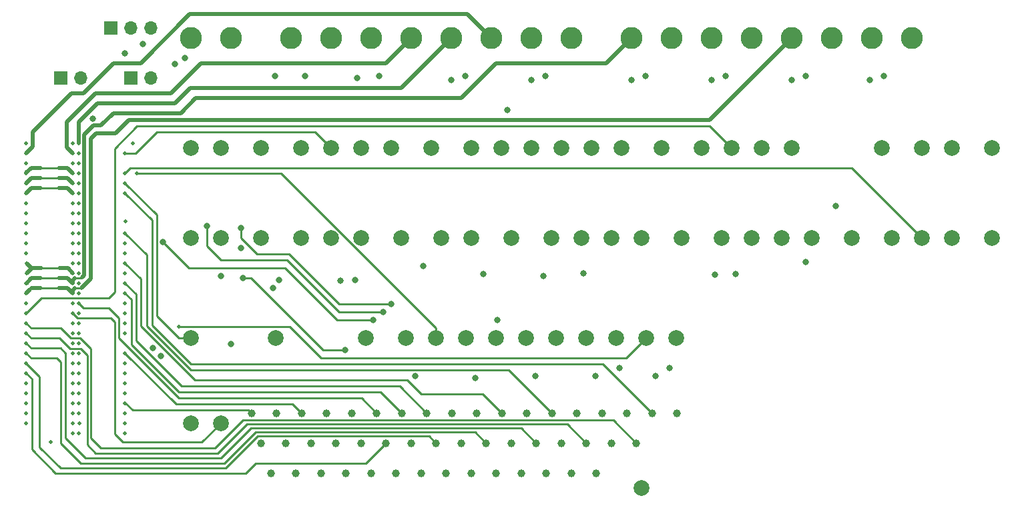
<source format=gbr>
%TF.GenerationSoftware,KiCad,Pcbnew,(6.0.5)*%
%TF.CreationDate,2023-01-12T09:35:20-05:00*%
%TF.ProjectId,breakout,62726561-6b6f-4757-942e-6b696361645f,rev?*%
%TF.SameCoordinates,Original*%
%TF.FileFunction,Copper,L2,Inr*%
%TF.FilePolarity,Positive*%
%FSLAX46Y46*%
G04 Gerber Fmt 4.6, Leading zero omitted, Abs format (unit mm)*
G04 Created by KiCad (PCBNEW (6.0.5)) date 2023-01-12 09:35:20*
%MOMM*%
%LPD*%
G01*
G04 APERTURE LIST*
%TA.AperFunction,ComponentPad*%
%ADD10C,2.000000*%
%TD*%
%TA.AperFunction,ComponentPad*%
%ADD11C,1.000000*%
%TD*%
%TA.AperFunction,ComponentPad*%
%ADD12C,2.800000*%
%TD*%
%TA.AperFunction,ComponentPad*%
%ADD13R,1.700000X1.700000*%
%TD*%
%TA.AperFunction,ComponentPad*%
%ADD14O,1.700000X1.700000*%
%TD*%
%TA.AperFunction,ViaPad*%
%ADD15C,0.500000*%
%TD*%
%TA.AperFunction,ViaPad*%
%ADD16C,0.800000*%
%TD*%
%TA.AperFunction,Conductor*%
%ADD17C,0.500000*%
%TD*%
%TA.AperFunction,Conductor*%
%ADD18C,0.250000*%
%TD*%
G04 APERTURE END LIST*
D10*
%TO.N,/SEP3_RET*%
%TO.C,TP28*%
X128905000Y-105410000D03*
%TD*%
D11*
%TO.N,/H2-13*%
%TO.C,TP9*%
X116840000Y-118745000D03*
%TD*%
%TO.N,/H2-3*%
%TO.C,TP4*%
X97790000Y-118745000D03*
%TD*%
%TO.N,/H1-42*%
%TO.C,TP83*%
X134685000Y-114935000D03*
%TD*%
%TO.N,/H2-4*%
%TO.C,TP94*%
X100965000Y-118745000D03*
%TD*%
%TO.N,/H2-16*%
%TO.C,TP100*%
X126365000Y-118745000D03*
%TD*%
D10*
%TO.N,/+X_SOLAR_TLE*%
%TO.C,TP91*%
X96520000Y-81280000D03*
%TD*%
D11*
%TO.N,/H2-42*%
%TO.C,TP113*%
X127635000Y-122555000D03*
%TD*%
D10*
%TO.N,/USER_3*%
%TO.C,TP87*%
X179070000Y-92710000D03*
%TD*%
%TO.N,/MOSI*%
%TO.C,TP44*%
X100330000Y-92710000D03*
%TD*%
D11*
%TO.N,/H2-17*%
%TO.C,TP11*%
X129540000Y-118745000D03*
%TD*%
D10*
%TO.N,/VBATT-*%
%TO.C,TP105*%
X144145000Y-105410000D03*
%TD*%
%TO.N,/SEP2_RET*%
%TO.C,TP88*%
X121285000Y-105410000D03*
%TD*%
D12*
%TO.N,/5V_RF*%
%TO.C,TP49*%
X148590000Y-67310000D03*
%TD*%
D10*
%TO.N,/SEP4*%
%TO.C,TP120*%
X132715000Y-105410000D03*
%TD*%
D13*
%TO.N,Net-(P1-Pad1)*%
%TO.C,P1*%
X72390000Y-66040000D03*
D14*
%TO.N,Net-(P1-Pad2)*%
X74930000Y-66040000D03*
%TO.N,Net-(P1-Pad3)*%
X77470000Y-66040000D03*
%TD*%
D11*
%TO.N,/H2-35*%
%TO.C,TP20*%
X105410000Y-122555000D03*
%TD*%
D10*
%TO.N,/RX_2*%
%TO.C,TP42*%
X118110000Y-92710000D03*
%TD*%
D11*
%TO.N,/H1-25*%
%TO.C,TP45*%
X109285000Y-114935000D03*
%TD*%
D13*
%TO.N,Net-(P3-Pad1)*%
%TO.C,P3*%
X74930000Y-72390000D03*
D14*
%TO.N,Net-(P3-Pad2)*%
X77470000Y-72390000D03*
%TD*%
D11*
%TO.N,/H2-20*%
%TO.C,TP102*%
X139065000Y-118745000D03*
%TD*%
D10*
%TO.N,/SEP3*%
%TO.C,TP30*%
X125095000Y-105410000D03*
%TD*%
%TO.N,/GND*%
%TO.C,TP116*%
X166370000Y-92710000D03*
%TD*%
%TO.N,/GND*%
%TO.C,TP116*%
X91440000Y-92710000D03*
%TD*%
D11*
%TO.N,/H2-9*%
%TO.C,TP7*%
X104140000Y-118745000D03*
%TD*%
%TO.N,/H1-31*%
%TO.C,TP48*%
X121985000Y-114935000D03*
%TD*%
%TO.N,/H1-27*%
%TO.C,TP46*%
X112460000Y-114935000D03*
%TD*%
D10*
%TO.N,/CTS_3*%
%TO.C,TP80*%
X135890000Y-92710000D03*
%TD*%
D11*
%TO.N,/H2-39*%
%TO.C,TP22*%
X118110000Y-122555000D03*
%TD*%
D12*
%TO.N,/+Y_SOLAR_PWR*%
%TO.C,TP60*%
X105410000Y-67310000D03*
%TD*%
D11*
%TO.N,/H2-19*%
%TO.C,TP12*%
X135890000Y-118745000D03*
%TD*%
%TO.N,/H2-41*%
%TO.C,TP23*%
X124460000Y-122555000D03*
%TD*%
%TO.N,/H2-15*%
%TO.C,TP10*%
X123190000Y-118745000D03*
%TD*%
%TO.N,/H1-24*%
%TO.C,TP74*%
X106110000Y-114935000D03*
%TD*%
D10*
%TO.N,/GND*%
%TO.C,TP116*%
X91440000Y-81280000D03*
%TD*%
%TO.N,/IRR_ON_OFF*%
%TO.C,TP66*%
X179070000Y-81280000D03*
%TD*%
%TO.N,/GND*%
%TO.C,TP116*%
X142240000Y-81280000D03*
%TD*%
%TO.N,/+Y_SOLAR_TLE*%
%TO.C,TP59*%
X100330000Y-81280000D03*
%TD*%
D11*
%TO.N,/H2-10*%
%TO.C,TP97*%
X107315000Y-118745000D03*
%TD*%
D12*
%TO.N,/GND*%
%TO.C,TP108*%
X143510000Y-67310000D03*
%TD*%
D11*
%TO.N,/H2-43*%
%TO.C,TP24*%
X130810000Y-122555000D03*
%TD*%
D10*
%TO.N,/SEP2*%
%TO.C,TP61*%
X117475000Y-105410000D03*
%TD*%
D12*
%TO.N,/-Z_SOLAR_RTN*%
%TO.C,TP32*%
X130810000Y-67310000D03*
%TD*%
D11*
%TO.N,/H2-14*%
%TO.C,TP99*%
X120015000Y-118745000D03*
%TD*%
D10*
%TO.N,/PB18*%
%TO.C,TP13*%
X86360000Y-116205000D03*
%TD*%
D12*
%TO.N,/+X_SOLAR_RTN*%
%TO.C,TP62*%
X100330000Y-67310000D03*
%TD*%
D10*
%TO.N,/AIN11*%
%TO.C,TP95*%
X133350000Y-81280000D03*
%TD*%
D12*
%TO.N,/-Z_SOLAR_PWR*%
%TO.C,TP2*%
X125730000Y-67310000D03*
%TD*%
D11*
%TO.N,/H2-12*%
%TO.C,TP98*%
X113665000Y-118745000D03*
%TD*%
D10*
%TO.N,/AIN10*%
%TO.C,TP5*%
X129540000Y-81280000D03*
%TD*%
%TO.N,/TX_3*%
%TO.C,TP82*%
X128270000Y-92710000D03*
%TD*%
D12*
%TO.N,/3V3*%
%TO.C,TP16*%
X138430000Y-67310000D03*
%TD*%
D10*
%TO.N,/MB_PC03*%
%TO.C,TP64*%
X82550000Y-116205000D03*
%TD*%
%TO.N,/BUS_RESET*%
%TO.C,TP47*%
X93345000Y-105410000D03*
%TD*%
%TO.N,/SCL*%
%TO.C,TP54*%
X82550000Y-92710000D03*
%TD*%
D11*
%TO.N,/H1-37*%
%TO.C,TP51*%
X128335000Y-114935000D03*
%TD*%
%TO.N,/H1-38*%
%TO.C,TP81*%
X131510000Y-114935000D03*
%TD*%
D10*
%TO.N,/SCK*%
%TO.C,TP43*%
X96520000Y-92710000D03*
%TD*%
D11*
%TO.N,/H2-37*%
%TO.C,TP21*%
X111760000Y-122555000D03*
%TD*%
D10*
%TO.N,/USER_2*%
%TO.C,TP57*%
X175260000Y-92710000D03*
%TD*%
D11*
%TO.N,/H1-45*%
%TO.C,TP55*%
X141035000Y-114935000D03*
%TD*%
%TO.N,/H1-46*%
%TO.C,TP85*%
X144210000Y-114935000D03*
%TD*%
D12*
%TO.N,/+Y_SOLAR_RTN*%
%TO.C,TP29*%
X110490000Y-67310000D03*
%TD*%
D11*
%TO.N,/H1-44*%
%TO.C,TP84*%
X137860000Y-114935000D03*
%TD*%
D10*
%TO.N,/CTS_4*%
%TO.C,TP37*%
X157480000Y-92710000D03*
%TD*%
D11*
%TO.N,/H1-13*%
%TO.C,TP39*%
X96585000Y-114935000D03*
%TD*%
D10*
%TO.N,/VBURN2*%
%TO.C,TP63*%
X86360000Y-81280000D03*
%TD*%
%TO.N,/GND*%
%TO.C,TP116*%
X113030000Y-81280000D03*
%TD*%
%TO.N,/RX_3*%
%TO.C,TP52*%
X132080000Y-92710000D03*
%TD*%
%TO.N,/-Z_SOLAR_TLE*%
%TO.C,TP1*%
X107950000Y-81280000D03*
%TD*%
D11*
%TO.N,/H2-38*%
%TO.C,TP111*%
X114935000Y-122555000D03*
%TD*%
D10*
%TO.N,/RBF*%
%TO.C,TP40*%
X140335000Y-105410000D03*
%TD*%
%TO.N,/GND*%
%TO.C,TP116*%
X109220000Y-92710000D03*
%TD*%
%TO.N,/AIN4*%
%TO.C,TP6*%
X121920000Y-81280000D03*
%TD*%
D12*
%TO.N,/-X_SOLAR_PWR*%
%TO.C,TP90*%
X115570000Y-67310000D03*
%TD*%
D11*
%TO.N,/H2-40*%
%TO.C,TP112*%
X121285000Y-122555000D03*
%TD*%
D10*
%TO.N,/VBURN1*%
%TO.C,TP33*%
X82550000Y-81280000D03*
%TD*%
D11*
%TO.N,/H1-12*%
%TO.C,TP68*%
X93410000Y-114935000D03*
%TD*%
D10*
%TO.N,/GND*%
%TO.C,TP116*%
X184150000Y-81280000D03*
%TD*%
D11*
%TO.N,/H1-34*%
%TO.C,TP79*%
X125160000Y-114935000D03*
%TD*%
D13*
%TO.N,Net-(P2-Pad1)*%
%TO.C,P2*%
X66040000Y-72390000D03*
D14*
%TO.N,Net-(P2-Pad2)*%
X68580000Y-72390000D03*
%TD*%
D10*
%TO.N,/PICO_PW_EN*%
%TO.C,TP103*%
X151130000Y-81280000D03*
%TD*%
%TO.N,/GND*%
%TO.C,TP116*%
X144780000Y-92710000D03*
%TD*%
%TO.N,/TX_2*%
%TO.C,TP72*%
X114300000Y-92710000D03*
%TD*%
D11*
%TO.N,/H2-1*%
%TO.C,TP3*%
X91440000Y-118745000D03*
%TD*%
D10*
%TO.N,/GND*%
%TO.C,TP116*%
X139700000Y-124460000D03*
%TD*%
D11*
%TO.N,/H2-34*%
%TO.C,TP109*%
X102235000Y-122555000D03*
%TD*%
%TO.N,/H1-14*%
%TO.C,TP69*%
X99760000Y-114935000D03*
%TD*%
D10*
%TO.N,/AIN7*%
%TO.C,TP96*%
X125730000Y-81280000D03*
%TD*%
%TO.N,/IRR_PW_EN*%
%TO.C,TP36*%
X175260000Y-81280000D03*
%TD*%
D11*
%TO.N,/H2-36*%
%TO.C,TP110*%
X108585000Y-122555000D03*
%TD*%
%TO.N,/H2-18*%
%TO.C,TP101*%
X132715000Y-118745000D03*
%TD*%
D10*
%TO.N,/TX_4*%
%TO.C,TP71*%
X149860000Y-92710000D03*
%TD*%
%TO.N,/3V3REF*%
%TO.C,TP75*%
X118110000Y-81280000D03*
%TD*%
D11*
%TO.N,/H2-2*%
%TO.C,TP93*%
X94615000Y-118745000D03*
%TD*%
%TO.N,/H1-16*%
%TO.C,TP70*%
X102935000Y-114935000D03*
%TD*%
%TO.N,/H2-11*%
%TO.C,TP8*%
X110490000Y-118745000D03*
%TD*%
D10*
%TO.N,/SELF_TEST*%
%TO.C,TP56*%
X82550000Y-105410000D03*
%TD*%
D12*
%TO.N,/5V_USB*%
%TO.C,TP78*%
X168910000Y-67310000D03*
%TD*%
D10*
%TO.N,/SEP1*%
%TO.C,TP31*%
X109855000Y-105410000D03*
%TD*%
D11*
%TO.N,/H2-23*%
%TO.C,TP14*%
X92710000Y-122555000D03*
%TD*%
D12*
%TO.N,/VBATT-*%
%TO.C,TP27*%
X87630000Y-67310000D03*
%TD*%
D10*
%TO.N,/GND*%
%TO.C,TP116*%
X184150000Y-92710000D03*
%TD*%
D12*
%TO.N,/GND*%
%TO.C,TP107*%
X153670000Y-67310000D03*
%TD*%
D10*
%TO.N,/PYLD_SERVO_PWR_CTRL*%
%TO.C,TP35*%
X154940000Y-81280000D03*
%TD*%
D11*
%TO.N,/H2-24*%
%TO.C,TP104*%
X95885000Y-122555000D03*
%TD*%
D12*
%TO.N,/-X_SOLAR_RTN*%
%TO.C,TP119*%
X120650000Y-67310000D03*
%TD*%
%TO.N,/VBATT+*%
%TO.C,TP25*%
X82550000Y-67310000D03*
%TD*%
%TO.N,/+X_SOLAR_PWR*%
%TO.C,TP92*%
X95250000Y-67310000D03*
%TD*%
D10*
%TO.N,/USER_1*%
%TO.C,TP86*%
X171450000Y-92710000D03*
%TD*%
D11*
%TO.N,/H2-33*%
%TO.C,TP19*%
X99060000Y-122555000D03*
%TD*%
%TO.N,/H1-3*%
%TO.C,TP34*%
X90235000Y-114935000D03*
%TD*%
%TO.N,/H1-28*%
%TO.C,TP76*%
X115635000Y-114935000D03*
%TD*%
D10*
%TO.N,/GND*%
%TO.C,TP116*%
X104775000Y-105410000D03*
%TD*%
D12*
%TO.N,/GND*%
%TO.C,TP17*%
X163830000Y-67310000D03*
%TD*%
D10*
%TO.N,/MISO*%
%TO.C,TP73*%
X104140000Y-92710000D03*
%TD*%
%TO.N,/SEP1_RET*%
%TO.C,TP58*%
X113665000Y-105410000D03*
%TD*%
%TO.N,/RTS_4*%
%TO.C,TP67*%
X161290000Y-92710000D03*
%TD*%
%TO.N,/RTS_3*%
%TO.C,TP50*%
X139700000Y-92710000D03*
%TD*%
%TO.N,/-X_SOLAR_TLE*%
%TO.C,TP89*%
X104140000Y-81280000D03*
%TD*%
%TO.N,/AGND*%
%TO.C,TP18*%
X137160000Y-81280000D03*
%TD*%
D12*
%TO.N,/5V_PYLD*%
%TO.C,TP15*%
X158750000Y-67310000D03*
%TD*%
D10*
%TO.N,/PYLD_RST*%
%TO.C,TP65*%
X158750000Y-81280000D03*
%TD*%
%TO.N,/PYLD_PW_EN*%
%TO.C,TP38*%
X147320000Y-81280000D03*
%TD*%
%TO.N,/RX_4*%
%TO.C,TP41*%
X153670000Y-92710000D03*
%TD*%
%TO.N,/GND*%
%TO.C,TP116*%
X170180000Y-81280000D03*
%TD*%
%TO.N,/SEP4_RET*%
%TO.C,TP118*%
X136525000Y-105410000D03*
%TD*%
D11*
%TO.N,/H2-44*%
%TO.C,TP114*%
X133985000Y-122555000D03*
%TD*%
D12*
%TO.N,/GND*%
%TO.C,TP26*%
X173990000Y-67310000D03*
%TD*%
D10*
%TO.N,/SDA*%
%TO.C,TP53*%
X86360000Y-92710000D03*
%TD*%
D11*
%TO.N,/H1-30*%
%TO.C,TP77*%
X118810000Y-114935000D03*
%TD*%
D10*
%TO.N,/GND*%
%TO.C,TP116*%
X123190000Y-92710000D03*
%TD*%
D15*
%TO.N,/GND*%
X61722000Y-85726790D03*
D16*
%TO.N,Net-(D15-Pad2)*%
X132334000Y-97155000D03*
D15*
%TO.N,/GND*%
X61722000Y-95886790D03*
X61722000Y-97156790D03*
%TO.N,/VBATT-*%
X61687000Y-84456790D03*
D16*
X70104000Y-77560689D03*
D15*
X67537506Y-84453140D03*
D16*
%TO.N,Net-(D1-Pad2)*%
X110998000Y-110201700D03*
%TO.N,Net-(D2-Pad2)*%
X118618000Y-110490000D03*
%TO.N,Net-(D3-Pad2)*%
X126238000Y-110236000D03*
D15*
%TO.N,/GND*%
X67537506Y-97153140D03*
X67537506Y-85723140D03*
D16*
%TO.N,Net-(D4-Pad2)*%
X86360000Y-97536000D03*
%TO.N,Net-(D5-Pad2)*%
X133858000Y-110236000D03*
%TO.N,Net-(D6-Pad2)*%
X141478000Y-110236000D03*
D15*
%TO.N,/VBATT+*%
X67537506Y-86993140D03*
X61687000Y-86996790D03*
D16*
X74168000Y-69215000D03*
%TO.N,Net-(D7-Pad2)*%
X101496500Y-98147500D03*
%TO.N,Net-(D8-Pad2)*%
X80518000Y-70612000D03*
%TO.N,Net-(D9-Pad2)*%
X103378000Y-98044000D03*
%TO.N,Net-(D10-Pad2)*%
X93218000Y-72136000D03*
%TO.N,Net-(D11-Pad2)*%
X119634000Y-97282000D03*
%TO.N,Net-(D12-Pad2)*%
X103632000Y-72390000D03*
%TO.N,Net-(D13-Pad2)*%
X112014000Y-96266000D03*
%TO.N,Net-(D14-Pad2)*%
X115570000Y-72644000D03*
%TO.N,Net-(D16-Pad1)*%
X127508000Y-72136000D03*
%TO.N,Net-(D17-Pad2)*%
X127254000Y-97536000D03*
%TO.N,Net-(D18-Pad1)*%
X140208000Y-72136000D03*
%TO.N,Net-(D18-Pad2)*%
X138430000Y-72644000D03*
%TO.N,Net-(D19-Pad2)*%
X151638000Y-97282000D03*
%TO.N,Net-(D20-Pad1)*%
X160528000Y-72136000D03*
%TO.N,Net-(D20-Pad2)*%
X158750000Y-72644000D03*
%TO.N,Net-(D21-Pad2)*%
X149037769Y-97342231D03*
%TO.N,Net-(D22-Pad1)*%
X150368000Y-72136000D03*
%TO.N,Net-(D22-Pad2)*%
X148590000Y-72644000D03*
%TO.N,Net-(D6-Pad1)*%
X143256000Y-109220000D03*
%TO.N,Net-(D8-Pad1)*%
X81788000Y-69850000D03*
%TO.N,Net-(D10-Pad1)*%
X97028000Y-72136000D03*
%TO.N,Net-(D12-Pad1)*%
X106426000Y-72136000D03*
%TO.N,Net-(D14-Pad1)*%
X117348000Y-72136000D03*
%TO.N,Net-(D16-Pad2)*%
X125730000Y-72644000D03*
D15*
%TO.N,/SEP1*%
X74203000Y-117473210D03*
%TO.N,/SEP2*%
X68326000Y-117475000D03*
%TO.N,/SEP3*%
X67537506Y-80643140D03*
%TO.N,/SEP4*%
X61687000Y-80646790D03*
%TO.N,/RBF*%
X81026000Y-103955700D03*
%TO.N,/MOSI*%
X74201210Y-100965000D03*
%TO.N,/MISO*%
X68326000Y-102235000D03*
%TO.N,/+X_SOLAR_PWR*%
X61687000Y-116206790D03*
%TO.N,/RX_2*%
X74203000Y-103503210D03*
%TO.N,/+Y_SOLAR_PWR*%
X75184000Y-80643210D03*
%TO.N,/TX_2*%
X68326000Y-103505000D03*
%TO.N,/-X_SOLAR_PWR*%
X68326000Y-80645000D03*
%TO.N,/RX_3*%
X74283512Y-90619966D03*
%TO.N,/-Z_SOLAR_PWR*%
X67537506Y-116203140D03*
%TO.N,/TX_3*%
X68326000Y-90805000D03*
%TO.N,/3V3*%
X67537506Y-98423140D03*
X61687000Y-98426790D03*
%TO.N,/RX_4*%
X74203000Y-104773210D03*
%TO.N,/5V_PYLD*%
X61687000Y-99696790D03*
X67537506Y-99693140D03*
%TO.N,/TX_4*%
X68326000Y-104775000D03*
%TO.N,/5V_RF*%
X74203000Y-94613210D03*
%TO.N,/SEP4_RET*%
X61687000Y-83186790D03*
%TO.N,/SEP3_RET*%
X67537506Y-83183140D03*
%TO.N,/SEP2_RET*%
X68326000Y-83185000D03*
%TO.N,/SEP1_RET*%
X75696367Y-84514779D03*
%TO.N,/SELF_TEST*%
X74203000Y-85723210D03*
%TO.N,/BUS_RESET*%
X74203000Y-97153210D03*
%TO.N,/-Z_SOLAR_TLE*%
X67537506Y-117473140D03*
%TO.N,/H2-1*%
X67537506Y-114933140D03*
%TO.N,/H2-3*%
X67537506Y-113663140D03*
%TO.N,/AIN10*%
X67537506Y-112393140D03*
%TO.N,/AIN4*%
X67537506Y-111123140D03*
%TO.N,/H2-9*%
X67537506Y-109853140D03*
%TO.N,/H2-11*%
X67537506Y-108583140D03*
%TO.N,/H2-13*%
X67537506Y-107313140D03*
%TO.N,/H2-15*%
X67537506Y-106043140D03*
%TO.N,/H2-17*%
X67537506Y-104773140D03*
%TO.N,/H2-19*%
X67537506Y-103503140D03*
%TO.N,/PB18*%
X67537506Y-102233140D03*
%TO.N,/H2-23*%
X67537506Y-100963140D03*
%TO.N,/AGND*%
X67537506Y-95883140D03*
%TO.N,/H2-33*%
X67537506Y-94613140D03*
%TO.N,/H2-35*%
X67537506Y-93343140D03*
D16*
X102108000Y-106934000D03*
X89154000Y-97790000D03*
D15*
%TO.N,/H2-37*%
X67537506Y-92073140D03*
D16*
X105664000Y-103124000D03*
X78994000Y-93218000D03*
%TO.N,/H2-39*%
X84582000Y-91186000D03*
X106934000Y-102108000D03*
D15*
X67537506Y-90803140D03*
%TO.N,/H2-41*%
X67537506Y-89533140D03*
D16*
X88900000Y-91440000D03*
X107950000Y-101092000D03*
D15*
%TO.N,/H2-43*%
X67537506Y-88263140D03*
%TO.N,/+Y_SOLAR_RTN*%
X67537506Y-81913140D03*
%TO.N,/-Z_SOLAR_RTN*%
X74203000Y-116203210D03*
%TO.N,/VBURN1*%
X74203000Y-114933210D03*
%TO.N,/H1-3*%
X74203000Y-113663210D03*
%TO.N,/PYLD_SERVO_PWR_CTRL*%
X74203000Y-112393210D03*
%TO.N,/IRR_PW_EN*%
X74203000Y-111123210D03*
%TO.N,/CTS_4*%
X74203000Y-109853210D03*
%TO.N,/PYLD_PW_EN*%
X74203000Y-108583210D03*
%TO.N,/H1-13*%
X74203000Y-107313210D03*
%TO.N,/SCK*%
X74203000Y-102233210D03*
%TO.N,/H1-25*%
X74203000Y-99693210D03*
%TO.N,/H1-27*%
X74203000Y-98423210D03*
%TO.N,/H1-31*%
X74203000Y-95883210D03*
%TO.N,/RTS_3*%
X74203000Y-93343210D03*
%TO.N,/H1-37*%
X74203000Y-92073210D03*
%TO.N,/H1-45*%
X74203000Y-86993210D03*
%TO.N,/USER_2*%
X74203000Y-84453210D03*
%TO.N,/+Y_SOLAR_TLE*%
X74203000Y-81913210D03*
%TO.N,/+X_SOLAR_RTN*%
X68378452Y-116218113D03*
%TO.N,/VBURN2*%
X68326000Y-114935000D03*
%TO.N,/MB_PC03*%
X68326000Y-113665000D03*
%TO.N,/PYLD_RST*%
X68326000Y-112395000D03*
D16*
X164338000Y-88646000D03*
D15*
%TO.N,/IRR_ON_OFF*%
X68326000Y-111125000D03*
%TO.N,/RTS_4*%
X68326000Y-109855000D03*
%TO.N,/H1-12*%
X68326000Y-108585000D03*
D16*
X78740000Y-107696000D03*
%TO.N,/H1-14*%
X77724000Y-106680000D03*
D15*
X68326000Y-107315000D03*
%TO.N,/H1-16*%
X68326000Y-106045000D03*
D16*
X87630000Y-106172000D03*
D15*
%TO.N,/H1-24*%
X68326000Y-100965000D03*
%TO.N,/3V3REF*%
X68326000Y-99695000D03*
D16*
%TO.N,/H1-28*%
X92964000Y-99057521D03*
D15*
X68326000Y-98425000D03*
%TO.N,/H1-30*%
X68326000Y-97155000D03*
D16*
X93726000Y-98044000D03*
D15*
%TO.N,/5V_USB*%
X68326000Y-95885000D03*
D16*
X76454000Y-68072000D03*
%TO.N,/H1-34*%
X88900000Y-93980000D03*
D15*
X68326000Y-94615000D03*
%TO.N,/CTS_3*%
X68326000Y-93345000D03*
%TO.N,/H1-38*%
X68326000Y-92075000D03*
%TO.N,/H1-42*%
X68326000Y-89535000D03*
%TO.N,/H1-44*%
X68326000Y-88265000D03*
%TO.N,/H1-46*%
X68326000Y-86995000D03*
%TO.N,/USER_1*%
X68326000Y-85725000D03*
%TO.N,/USER_3*%
X68326000Y-84455000D03*
%TO.N,/-X_SOLAR_TLE*%
X68326000Y-81915000D03*
%TO.N,/+X_SOLAR_TLE*%
X64794735Y-118618000D03*
%TO.N,/H2-2*%
X61687000Y-114936790D03*
%TO.N,/H2-4*%
X61687000Y-113666790D03*
%TO.N,/AIN11*%
X61687000Y-112396790D03*
%TO.N,/AIN7*%
X61687000Y-111126790D03*
%TO.N,/H2-10*%
X61687000Y-109856790D03*
%TO.N,/H2-12*%
X61687000Y-108586790D03*
%TO.N,/H2-14*%
X61687000Y-107316790D03*
%TO.N,/H2-16*%
X61687000Y-106046790D03*
%TO.N,/H2-18*%
X61687000Y-104776790D03*
%TO.N,/H2-20*%
X61687000Y-103506790D03*
%TO.N,/PICO_PW_EN*%
X61687000Y-102236790D03*
%TO.N,/H2-24*%
X61687000Y-100966790D03*
%TO.N,/H2-34*%
X61687000Y-94616790D03*
%TO.N,/H2-36*%
X61687000Y-93346790D03*
%TO.N,/H2-38*%
X61687000Y-92076790D03*
%TO.N,/H2-40*%
X61687000Y-90806790D03*
%TO.N,/H2-42*%
X61687000Y-89536790D03*
%TO.N,/H2-44*%
X61687000Y-88266790D03*
%TO.N,/-X_SOLAR_RTN*%
X61687000Y-81916790D03*
D16*
%TO.N,/LED_RET_2*%
X136906000Y-109220000D03*
X121412000Y-103124000D03*
X122682000Y-76488300D03*
%TO.N,/LED_RET_1*%
X160528000Y-95758000D03*
%TO.N,Net-(D23-Pad1)*%
X170434000Y-72136000D03*
%TO.N,Net-(D23-Pad2)*%
X168656000Y-72644000D03*
%TD*%
D17*
%TO.N,/GND*%
X62149895Y-85263895D02*
X62323790Y-85090000D01*
X65786000Y-85090000D02*
X66904366Y-85090000D01*
D18*
X65786000Y-85090000D02*
X63500000Y-85090000D01*
D17*
X62149895Y-85263895D02*
X61687000Y-85726790D01*
X66904366Y-85090000D02*
X67537506Y-85723140D01*
X62323790Y-85090000D02*
X63500000Y-85090000D01*
D18*
%TO.N,/PB18*%
X72390000Y-102870000D02*
X68143992Y-102870000D01*
X72898000Y-103378000D02*
X72390000Y-102870000D01*
X67537506Y-102263514D02*
X67537506Y-102233140D01*
X72898000Y-117602000D02*
X72898000Y-103378000D01*
X68143992Y-102870000D02*
X67537506Y-102263514D01*
X73914000Y-118618000D02*
X72898000Y-117602000D01*
X83947000Y-118618000D02*
X73914000Y-118618000D01*
X86360000Y-116205000D02*
X83947000Y-118618000D01*
%TO.N,/H1-24*%
X81026000Y-113030000D02*
X104205000Y-113030000D01*
X104205000Y-113030000D02*
X106110000Y-114935000D01*
X73406000Y-105410000D02*
X81026000Y-113030000D01*
X73406000Y-102864479D02*
X73406000Y-105410000D01*
X68963479Y-101602479D02*
X72144000Y-101602479D01*
X68326000Y-100965000D02*
X68963479Y-101602479D01*
X72144000Y-101602479D02*
X73406000Y-102864479D01*
%TO.N,/H2-18*%
X62322689Y-105412479D02*
X61687000Y-104776790D01*
X65909465Y-105412479D02*
X62322689Y-105412479D01*
X67232415Y-106735429D02*
X65909465Y-105412479D01*
X69408864Y-118938864D02*
X69408864Y-107580856D01*
X68563437Y-106735429D02*
X67232415Y-106735429D01*
X85979000Y-120015000D02*
X70485000Y-120015000D01*
X69408864Y-107580856D02*
X68563437Y-106735429D01*
X89662000Y-116332000D02*
X85979000Y-120015000D01*
X132715000Y-118745000D02*
X130302000Y-116332000D01*
X130302000Y-116332000D02*
X89662000Y-116332000D01*
X70485000Y-120015000D02*
X69408864Y-118938864D01*
%TO.N,/H2-16*%
X62320210Y-106680000D02*
X61687000Y-106046790D01*
X66675000Y-107315000D02*
X66040000Y-106680000D01*
X66675000Y-118110000D02*
X66675000Y-107315000D01*
X66040000Y-106680000D02*
X62320210Y-106680000D01*
X69215000Y-120650000D02*
X66675000Y-118110000D01*
X90170000Y-116840000D02*
X86360000Y-120650000D01*
X124460000Y-116840000D02*
X90170000Y-116840000D01*
X86360000Y-120650000D02*
X69215000Y-120650000D01*
X126365000Y-118745000D02*
X124460000Y-116840000D01*
%TO.N,/H2-14*%
X62320210Y-107950000D02*
X61687000Y-107316790D01*
X65537521Y-107950000D02*
X62320210Y-107950000D01*
X66040000Y-108452479D02*
X65537521Y-107950000D01*
X66040000Y-118745000D02*
X66040000Y-108452479D01*
X118618000Y-117348000D02*
X90741500Y-117348000D01*
X90741500Y-117348000D02*
X86804500Y-121285000D01*
X68580000Y-121285000D02*
X66040000Y-118745000D01*
X120015000Y-118745000D02*
X118618000Y-117348000D01*
X86804500Y-121285000D02*
X68580000Y-121285000D01*
%TO.N,/H2-12*%
X63375479Y-119255479D02*
X63375479Y-110275269D01*
X66040000Y-121920000D02*
X63375479Y-119255479D01*
X86995000Y-121920000D02*
X66040000Y-121920000D01*
X63375479Y-110275269D02*
X61687000Y-108586790D01*
X91059000Y-117856000D02*
X86995000Y-121920000D01*
X113665000Y-118745000D02*
X112776000Y-117856000D01*
X112776000Y-117856000D02*
X91059000Y-117856000D01*
%TO.N,/H2-20*%
X66084879Y-104137521D02*
X62317731Y-104137521D01*
X67357358Y-105410000D02*
X66084879Y-104137521D01*
X62317731Y-104137521D02*
X61687000Y-103506790D01*
X69861584Y-118121584D02*
X69861584Y-106763576D01*
X71120000Y-119380000D02*
X69861584Y-118121584D01*
X85598000Y-119380000D02*
X71120000Y-119380000D01*
X68508008Y-105410000D02*
X67357358Y-105410000D01*
X139065000Y-118745000D02*
X136144000Y-115824000D01*
X89154000Y-115824000D02*
X85598000Y-119380000D01*
X69861584Y-106763576D02*
X68508008Y-105410000D01*
X136144000Y-115824000D02*
X89154000Y-115824000D01*
%TO.N,/H2-10*%
X62416591Y-119566591D02*
X62416591Y-110586381D01*
X65405000Y-122555000D02*
X62416591Y-119566591D01*
X90805000Y-121285000D02*
X89535000Y-122555000D01*
X89535000Y-122555000D02*
X65405000Y-122555000D01*
X104775000Y-121285000D02*
X90805000Y-121285000D01*
X62416591Y-110586381D02*
X61687000Y-109856790D01*
X107315000Y-118745000D02*
X104775000Y-121285000D01*
%TO.N,/H2-35*%
X99314000Y-106934000D02*
X102108000Y-106934000D01*
X90170000Y-97790000D02*
X99314000Y-106934000D01*
X89154000Y-97790000D02*
X90170000Y-97790000D01*
%TO.N,/RBF*%
X95065700Y-103955700D02*
X81026000Y-103955700D01*
X99060000Y-107950000D02*
X95065700Y-103955700D01*
X137795000Y-107950000D02*
X99060000Y-107950000D01*
X140335000Y-105410000D02*
X137795000Y-107950000D01*
%TO.N,/H1-27*%
X75624297Y-99844507D02*
X74203000Y-98423210D01*
X75624297Y-105752191D02*
X75624297Y-99844507D01*
X81378106Y-111506000D02*
X75624297Y-105752191D01*
X109031000Y-111506000D02*
X81378106Y-111506000D01*
X112460000Y-114935000D02*
X109031000Y-111506000D01*
%TO.N,/H1-13*%
X95442000Y-113792000D02*
X80681790Y-113792000D01*
X96585000Y-114935000D02*
X95442000Y-113792000D01*
X80681790Y-113792000D02*
X74203000Y-107313210D01*
%TO.N,/H1-3*%
X75184000Y-114554000D02*
X74293210Y-113663210D01*
X74293210Y-113663210D02*
X74203000Y-113663210D01*
X89854000Y-114554000D02*
X75184000Y-114554000D01*
X90235000Y-114935000D02*
X89854000Y-114554000D01*
%TO.N,/H1-37*%
X122874000Y-109474000D02*
X128335000Y-114935000D01*
X76969522Y-103893522D02*
X82550000Y-109474000D01*
X82550000Y-109474000D02*
X122874000Y-109474000D01*
X76969522Y-94839732D02*
X76969522Y-103893522D01*
X74203000Y-92073210D02*
X76969522Y-94839732D01*
%TO.N,/H1-31*%
X76229648Y-103915648D02*
X76229648Y-97909858D01*
X83058000Y-110744000D02*
X76229648Y-103915648D01*
X109982000Y-110744000D02*
X83058000Y-110744000D01*
X111760000Y-112522000D02*
X109982000Y-110744000D01*
X76229648Y-97909858D02*
X74203000Y-95883210D01*
X119572000Y-112522000D02*
X111760000Y-112522000D01*
X121985000Y-114935000D02*
X119572000Y-112522000D01*
%TO.N,/H1-25*%
X74996525Y-100486735D02*
X74203000Y-99693210D01*
X74996525Y-106238525D02*
X74996525Y-100486735D01*
X106618000Y-112268000D02*
X81026000Y-112268000D01*
X81026000Y-112268000D02*
X74996525Y-106238525D01*
X109285000Y-114935000D02*
X106618000Y-112268000D01*
%TO.N,/H1-45*%
X77642135Y-90432345D02*
X74203000Y-86993210D01*
X134812000Y-108712000D02*
X82550000Y-108712000D01*
X77642135Y-103804135D02*
X77642135Y-90432345D01*
X141035000Y-114935000D02*
X134812000Y-108712000D01*
X82550000Y-108712000D02*
X77642135Y-103804135D01*
%TO.N,/SELF_TEST*%
X81026000Y-105410000D02*
X78225066Y-102609066D01*
X78225066Y-102609066D02*
X78225066Y-89745276D01*
X82550000Y-105410000D02*
X81026000Y-105410000D01*
X78225066Y-89745276D02*
X74203000Y-85723210D01*
%TO.N,/+Y_SOLAR_TLE*%
X98298000Y-79248000D02*
X100330000Y-81280000D01*
X78232000Y-79248000D02*
X98298000Y-79248000D01*
X75566790Y-81913210D02*
X78232000Y-79248000D01*
X74203000Y-81913210D02*
X75566790Y-81913210D01*
%TO.N,/PICO_PW_EN*%
X148366286Y-78516286D02*
X151130000Y-81280000D01*
X75723659Y-78516286D02*
X148366286Y-78516286D01*
X72144000Y-100327521D02*
X72898000Y-99573521D01*
X72898000Y-99573521D02*
X72898000Y-81341945D01*
X72898000Y-81341945D02*
X75723659Y-78516286D01*
X61687000Y-102236790D02*
X63596269Y-100327521D01*
X63596269Y-100327521D02*
X72144000Y-100327521D01*
D17*
%TO.N,/5V_PYLD*%
X70545277Y-79375000D02*
X69850000Y-80070277D01*
X74660955Y-77739045D02*
X73025000Y-79375000D01*
X69850000Y-80070277D02*
X69850000Y-97894785D01*
X148320955Y-77739045D02*
X74660955Y-77739045D01*
X69850000Y-97894785D02*
X68684785Y-99060000D01*
X158750000Y-67310000D02*
X148320955Y-77739045D01*
X73025000Y-79375000D02*
X70545277Y-79375000D01*
%TO.N,/3V3*%
X69028711Y-97446074D02*
X68759392Y-97715393D01*
X69028711Y-79561289D02*
X69028711Y-97446074D01*
X70176589Y-78413411D02*
X69028711Y-79561289D01*
X71118246Y-78413411D02*
X70176589Y-78413411D01*
X72696657Y-76835000D02*
X71118246Y-78413411D01*
X83185000Y-74930000D02*
X81280000Y-76835000D01*
X116840000Y-74930000D02*
X83185000Y-74930000D01*
X121285000Y-70485000D02*
X116840000Y-74930000D01*
X81280000Y-76835000D02*
X72696657Y-76835000D01*
X135255000Y-70485000D02*
X121285000Y-70485000D01*
X138430000Y-67310000D02*
X135255000Y-70485000D01*
%TO.N,/-X_SOLAR_PWR*%
X70739000Y-75565000D02*
X68326000Y-77978000D01*
X80542332Y-75565000D02*
X70739000Y-75565000D01*
X68326000Y-77978000D02*
X68326000Y-80645000D01*
X115570000Y-67310000D02*
X109220000Y-73660000D01*
X109220000Y-73660000D02*
X82447332Y-73660000D01*
X82447332Y-73660000D02*
X80542332Y-75565000D01*
%TO.N,/-X_SOLAR_RTN*%
X120650000Y-67310000D02*
X117602000Y-64262000D01*
X117602000Y-64262000D02*
X82423000Y-64262000D01*
X62484000Y-79248000D02*
X62484000Y-81119790D01*
X76200000Y-70485000D02*
X72707500Y-70485000D01*
X82423000Y-64262000D02*
X76200000Y-70485000D01*
X72707500Y-70485000D02*
X68897500Y-74295000D01*
X68897500Y-74295000D02*
X67437000Y-74295000D01*
X67437000Y-74295000D02*
X62484000Y-79248000D01*
X62484000Y-81119790D02*
X61687000Y-81916790D01*
%TO.N,/+Y_SOLAR_RTN*%
X66802000Y-77978000D02*
X66802000Y-81177634D01*
X70485000Y-74295000D02*
X66802000Y-77978000D01*
X79978656Y-74295000D02*
X70485000Y-74295000D01*
X107315000Y-70485000D02*
X83788656Y-70485000D01*
X66802000Y-81177634D02*
X67537506Y-81913140D01*
X110490000Y-67310000D02*
X107315000Y-70485000D01*
X83788656Y-70485000D02*
X79978656Y-74295000D01*
%TO.N,/GND*%
X62353420Y-96518210D02*
X61722000Y-95886790D01*
X62863210Y-96518210D02*
X62353420Y-96518210D01*
X62863210Y-96518210D02*
X63570000Y-96518210D01*
X62393790Y-96518210D02*
X62863210Y-96518210D01*
X61757000Y-97155000D02*
X62393790Y-96518210D01*
X66937576Y-96518210D02*
X67572506Y-97153140D01*
X65856000Y-96518210D02*
X66937576Y-96518210D01*
D18*
X65856000Y-96518210D02*
X63570000Y-96518210D01*
D17*
%TO.N,/VBATT-*%
X61687000Y-84456790D02*
X61687000Y-84448968D01*
D18*
X63500000Y-83820000D02*
X65786000Y-83820000D01*
D17*
X62315968Y-83820000D02*
X63500000Y-83820000D01*
X66904366Y-83820000D02*
X67537506Y-84453140D01*
X61687000Y-84448968D02*
X62315968Y-83820000D01*
X65786000Y-83820000D02*
X66904366Y-83820000D01*
%TO.N,/VBATT+*%
X62149895Y-86533895D02*
X62323790Y-86360000D01*
X65786000Y-86360000D02*
X66904366Y-86360000D01*
D18*
X65786000Y-86360000D02*
X63500000Y-86360000D01*
D17*
X62323790Y-86360000D02*
X63500000Y-86360000D01*
X66904366Y-86360000D02*
X67537506Y-86993140D01*
X62149895Y-86533895D02*
X61687000Y-86996790D01*
D18*
%TO.N,/3V3*%
X67856216Y-97828215D02*
X67894431Y-97790000D01*
D17*
X62358790Y-97788210D02*
X63535000Y-97788210D01*
X67537506Y-98423140D02*
X67537506Y-98146925D01*
X66902576Y-97788210D02*
X67537506Y-98423140D01*
X62184895Y-97962105D02*
X61722000Y-98425000D01*
X67537506Y-98146925D02*
X67856216Y-97828215D01*
X62184895Y-97962105D02*
X62358790Y-97788210D01*
X65821000Y-97788210D02*
X66902576Y-97788210D01*
D18*
X68684785Y-97790000D02*
X68759392Y-97715393D01*
X67894431Y-97790000D02*
X68684785Y-97790000D01*
X65821000Y-97788210D02*
X63535000Y-97788210D01*
D17*
%TO.N,/5V_PYLD*%
X67537506Y-99693140D02*
X67537506Y-99416925D01*
X62149895Y-99233895D02*
X61687000Y-99696790D01*
X66904366Y-99060000D02*
X67537506Y-99693140D01*
D18*
X67894431Y-99060000D02*
X68684785Y-99060000D01*
D17*
X67537506Y-99416925D02*
X67856216Y-99098215D01*
X65786000Y-99060000D02*
X66904366Y-99060000D01*
X62323790Y-99060000D02*
X63500000Y-99060000D01*
D18*
X65786000Y-99060000D02*
X63500000Y-99060000D01*
%TO.N,/SEP1_RET*%
X113665000Y-104167332D02*
X94012447Y-84514779D01*
X113665000Y-105410000D02*
X113665000Y-104167332D01*
X94012447Y-84514779D02*
X75696367Y-84514779D01*
%TO.N,/H2-37*%
X82296000Y-96520000D02*
X94488000Y-96520000D01*
X101092000Y-103124000D02*
X105664000Y-103124000D01*
X94488000Y-96520000D02*
X101092000Y-103124000D01*
X78994000Y-93218000D02*
X82296000Y-96520000D01*
%TO.N,/H2-39*%
X94742000Y-95504000D02*
X101346000Y-102108000D01*
X101346000Y-102108000D02*
X106934000Y-102108000D01*
X86360000Y-95504000D02*
X94742000Y-95504000D01*
X84582000Y-91186000D02*
X84582000Y-93726000D01*
X84582000Y-93726000D02*
X86360000Y-95504000D01*
%TO.N,/H2-41*%
X94996000Y-94742000D02*
X101346000Y-101092000D01*
X88900000Y-91440000D02*
X88900000Y-92710000D01*
X101346000Y-101092000D02*
X107950000Y-101092000D01*
X88900000Y-92710000D02*
X90932000Y-94742000D01*
X90932000Y-94742000D02*
X94996000Y-94742000D01*
%TO.N,/USER_2*%
X74203000Y-84453210D02*
X74836210Y-83820000D01*
X74836210Y-83820000D02*
X166370000Y-83820000D01*
X166370000Y-83820000D02*
X175260000Y-92710000D01*
%TD*%
M02*

</source>
